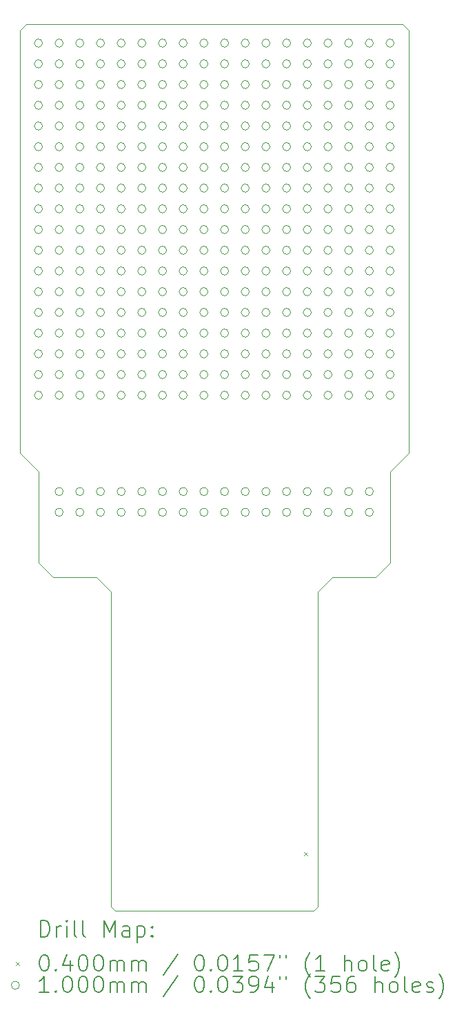
<source format=gbr>
%FSLAX45Y45*%
G04 Gerber Fmt 4.5, Leading zero omitted, Abs format (unit mm)*
G04 Created by KiCad (PCBNEW 6.0.2+dfsg-1) date 2022-07-07 18:03:14*
%MOMM*%
%LPD*%
G01*
G04 APERTURE LIST*
%TA.AperFunction,Profile*%
%ADD10C,0.100000*%
%TD*%
%ADD11C,0.200000*%
%ADD12C,0.040000*%
%ADD13C,0.100000*%
G04 APERTURE END LIST*
D10*
X12065000Y-4648200D02*
X16687800Y-4648200D01*
X13106400Y-15468600D02*
X13106400Y-11607800D01*
X12395200Y-11430000D02*
X12217400Y-11252200D01*
X12928600Y-11430000D02*
X12395200Y-11430000D01*
X16535400Y-11252200D02*
X16535400Y-10134600D01*
X12217400Y-11252200D02*
X12217400Y-10134600D01*
X15646400Y-11607800D02*
X15824200Y-11430000D01*
X11988800Y-9906000D02*
X11988800Y-4724400D01*
X16687800Y-4648200D02*
X16764000Y-4724400D01*
X13106400Y-15468600D02*
X13157200Y-15519400D01*
X13157200Y-15519400D02*
X15595600Y-15519400D01*
X16357600Y-11430000D02*
X16535400Y-11252200D01*
X16357600Y-11430000D02*
X15824200Y-11430000D01*
X12065000Y-4648200D02*
X11988800Y-4724400D01*
X15595600Y-15519400D02*
X15646400Y-15468600D01*
X16764000Y-9906000D02*
X16535400Y-10134600D01*
X16764000Y-4724400D02*
X16764000Y-9906000D01*
X12217400Y-10134600D02*
X11988800Y-9906000D01*
X13106400Y-11607800D02*
X12928600Y-11430000D01*
X15646400Y-15468600D02*
X15646400Y-11607800D01*
D11*
D12*
X15481400Y-14795600D02*
X15521400Y-14835600D01*
X15521400Y-14795600D02*
X15481400Y-14835600D01*
D13*
X12267400Y-4876800D02*
G75*
G03*
X12267400Y-4876800I-50000J0D01*
G01*
X12267400Y-5130800D02*
G75*
G03*
X12267400Y-5130800I-50000J0D01*
G01*
X12267400Y-5384800D02*
G75*
G03*
X12267400Y-5384800I-50000J0D01*
G01*
X12267400Y-5638800D02*
G75*
G03*
X12267400Y-5638800I-50000J0D01*
G01*
X12267400Y-5892800D02*
G75*
G03*
X12267400Y-5892800I-50000J0D01*
G01*
X12267400Y-6146800D02*
G75*
G03*
X12267400Y-6146800I-50000J0D01*
G01*
X12267400Y-6400800D02*
G75*
G03*
X12267400Y-6400800I-50000J0D01*
G01*
X12267400Y-6654800D02*
G75*
G03*
X12267400Y-6654800I-50000J0D01*
G01*
X12267400Y-6908800D02*
G75*
G03*
X12267400Y-6908800I-50000J0D01*
G01*
X12267400Y-7162800D02*
G75*
G03*
X12267400Y-7162800I-50000J0D01*
G01*
X12267400Y-7416800D02*
G75*
G03*
X12267400Y-7416800I-50000J0D01*
G01*
X12267400Y-7670800D02*
G75*
G03*
X12267400Y-7670800I-50000J0D01*
G01*
X12267400Y-7924800D02*
G75*
G03*
X12267400Y-7924800I-50000J0D01*
G01*
X12267400Y-8178800D02*
G75*
G03*
X12267400Y-8178800I-50000J0D01*
G01*
X12267400Y-8432800D02*
G75*
G03*
X12267400Y-8432800I-50000J0D01*
G01*
X12267400Y-8686800D02*
G75*
G03*
X12267400Y-8686800I-50000J0D01*
G01*
X12267400Y-8940800D02*
G75*
G03*
X12267400Y-8940800I-50000J0D01*
G01*
X12267400Y-9194800D02*
G75*
G03*
X12267400Y-9194800I-50000J0D01*
G01*
X12521400Y-4876800D02*
G75*
G03*
X12521400Y-4876800I-50000J0D01*
G01*
X12521400Y-5130800D02*
G75*
G03*
X12521400Y-5130800I-50000J0D01*
G01*
X12521400Y-5384800D02*
G75*
G03*
X12521400Y-5384800I-50000J0D01*
G01*
X12521400Y-5638800D02*
G75*
G03*
X12521400Y-5638800I-50000J0D01*
G01*
X12521400Y-5892800D02*
G75*
G03*
X12521400Y-5892800I-50000J0D01*
G01*
X12521400Y-6146800D02*
G75*
G03*
X12521400Y-6146800I-50000J0D01*
G01*
X12521400Y-6400800D02*
G75*
G03*
X12521400Y-6400800I-50000J0D01*
G01*
X12521400Y-6654800D02*
G75*
G03*
X12521400Y-6654800I-50000J0D01*
G01*
X12521400Y-6908800D02*
G75*
G03*
X12521400Y-6908800I-50000J0D01*
G01*
X12521400Y-7162800D02*
G75*
G03*
X12521400Y-7162800I-50000J0D01*
G01*
X12521400Y-7416800D02*
G75*
G03*
X12521400Y-7416800I-50000J0D01*
G01*
X12521400Y-7670800D02*
G75*
G03*
X12521400Y-7670800I-50000J0D01*
G01*
X12521400Y-7924800D02*
G75*
G03*
X12521400Y-7924800I-50000J0D01*
G01*
X12521400Y-8178800D02*
G75*
G03*
X12521400Y-8178800I-50000J0D01*
G01*
X12521400Y-8432800D02*
G75*
G03*
X12521400Y-8432800I-50000J0D01*
G01*
X12521400Y-8686800D02*
G75*
G03*
X12521400Y-8686800I-50000J0D01*
G01*
X12521400Y-8940800D02*
G75*
G03*
X12521400Y-8940800I-50000J0D01*
G01*
X12521400Y-9194800D02*
G75*
G03*
X12521400Y-9194800I-50000J0D01*
G01*
X12521400Y-10375400D02*
G75*
G03*
X12521400Y-10375400I-50000J0D01*
G01*
X12521400Y-10629400D02*
G75*
G03*
X12521400Y-10629400I-50000J0D01*
G01*
X12775400Y-4876800D02*
G75*
G03*
X12775400Y-4876800I-50000J0D01*
G01*
X12775400Y-5130800D02*
G75*
G03*
X12775400Y-5130800I-50000J0D01*
G01*
X12775400Y-5384800D02*
G75*
G03*
X12775400Y-5384800I-50000J0D01*
G01*
X12775400Y-5638800D02*
G75*
G03*
X12775400Y-5638800I-50000J0D01*
G01*
X12775400Y-5892800D02*
G75*
G03*
X12775400Y-5892800I-50000J0D01*
G01*
X12775400Y-6146800D02*
G75*
G03*
X12775400Y-6146800I-50000J0D01*
G01*
X12775400Y-6400800D02*
G75*
G03*
X12775400Y-6400800I-50000J0D01*
G01*
X12775400Y-6654800D02*
G75*
G03*
X12775400Y-6654800I-50000J0D01*
G01*
X12775400Y-6908800D02*
G75*
G03*
X12775400Y-6908800I-50000J0D01*
G01*
X12775400Y-7162800D02*
G75*
G03*
X12775400Y-7162800I-50000J0D01*
G01*
X12775400Y-7416800D02*
G75*
G03*
X12775400Y-7416800I-50000J0D01*
G01*
X12775400Y-7670800D02*
G75*
G03*
X12775400Y-7670800I-50000J0D01*
G01*
X12775400Y-7924800D02*
G75*
G03*
X12775400Y-7924800I-50000J0D01*
G01*
X12775400Y-8178800D02*
G75*
G03*
X12775400Y-8178800I-50000J0D01*
G01*
X12775400Y-8432800D02*
G75*
G03*
X12775400Y-8432800I-50000J0D01*
G01*
X12775400Y-8686800D02*
G75*
G03*
X12775400Y-8686800I-50000J0D01*
G01*
X12775400Y-8940800D02*
G75*
G03*
X12775400Y-8940800I-50000J0D01*
G01*
X12775400Y-9194800D02*
G75*
G03*
X12775400Y-9194800I-50000J0D01*
G01*
X12775400Y-10375400D02*
G75*
G03*
X12775400Y-10375400I-50000J0D01*
G01*
X12775400Y-10629400D02*
G75*
G03*
X12775400Y-10629400I-50000J0D01*
G01*
X13029400Y-4876800D02*
G75*
G03*
X13029400Y-4876800I-50000J0D01*
G01*
X13029400Y-5130800D02*
G75*
G03*
X13029400Y-5130800I-50000J0D01*
G01*
X13029400Y-5384800D02*
G75*
G03*
X13029400Y-5384800I-50000J0D01*
G01*
X13029400Y-5638800D02*
G75*
G03*
X13029400Y-5638800I-50000J0D01*
G01*
X13029400Y-5892800D02*
G75*
G03*
X13029400Y-5892800I-50000J0D01*
G01*
X13029400Y-6146800D02*
G75*
G03*
X13029400Y-6146800I-50000J0D01*
G01*
X13029400Y-6400800D02*
G75*
G03*
X13029400Y-6400800I-50000J0D01*
G01*
X13029400Y-6654800D02*
G75*
G03*
X13029400Y-6654800I-50000J0D01*
G01*
X13029400Y-6908800D02*
G75*
G03*
X13029400Y-6908800I-50000J0D01*
G01*
X13029400Y-7162800D02*
G75*
G03*
X13029400Y-7162800I-50000J0D01*
G01*
X13029400Y-7416800D02*
G75*
G03*
X13029400Y-7416800I-50000J0D01*
G01*
X13029400Y-7670800D02*
G75*
G03*
X13029400Y-7670800I-50000J0D01*
G01*
X13029400Y-7924800D02*
G75*
G03*
X13029400Y-7924800I-50000J0D01*
G01*
X13029400Y-8178800D02*
G75*
G03*
X13029400Y-8178800I-50000J0D01*
G01*
X13029400Y-8432800D02*
G75*
G03*
X13029400Y-8432800I-50000J0D01*
G01*
X13029400Y-8686800D02*
G75*
G03*
X13029400Y-8686800I-50000J0D01*
G01*
X13029400Y-8940800D02*
G75*
G03*
X13029400Y-8940800I-50000J0D01*
G01*
X13029400Y-9194800D02*
G75*
G03*
X13029400Y-9194800I-50000J0D01*
G01*
X13029400Y-10375400D02*
G75*
G03*
X13029400Y-10375400I-50000J0D01*
G01*
X13029400Y-10629400D02*
G75*
G03*
X13029400Y-10629400I-50000J0D01*
G01*
X13283400Y-4876800D02*
G75*
G03*
X13283400Y-4876800I-50000J0D01*
G01*
X13283400Y-5130800D02*
G75*
G03*
X13283400Y-5130800I-50000J0D01*
G01*
X13283400Y-5384800D02*
G75*
G03*
X13283400Y-5384800I-50000J0D01*
G01*
X13283400Y-5638800D02*
G75*
G03*
X13283400Y-5638800I-50000J0D01*
G01*
X13283400Y-5892800D02*
G75*
G03*
X13283400Y-5892800I-50000J0D01*
G01*
X13283400Y-6146800D02*
G75*
G03*
X13283400Y-6146800I-50000J0D01*
G01*
X13283400Y-6400800D02*
G75*
G03*
X13283400Y-6400800I-50000J0D01*
G01*
X13283400Y-6654800D02*
G75*
G03*
X13283400Y-6654800I-50000J0D01*
G01*
X13283400Y-6908800D02*
G75*
G03*
X13283400Y-6908800I-50000J0D01*
G01*
X13283400Y-7162800D02*
G75*
G03*
X13283400Y-7162800I-50000J0D01*
G01*
X13283400Y-7416800D02*
G75*
G03*
X13283400Y-7416800I-50000J0D01*
G01*
X13283400Y-7670800D02*
G75*
G03*
X13283400Y-7670800I-50000J0D01*
G01*
X13283400Y-7924800D02*
G75*
G03*
X13283400Y-7924800I-50000J0D01*
G01*
X13283400Y-8178800D02*
G75*
G03*
X13283400Y-8178800I-50000J0D01*
G01*
X13283400Y-8432800D02*
G75*
G03*
X13283400Y-8432800I-50000J0D01*
G01*
X13283400Y-8686800D02*
G75*
G03*
X13283400Y-8686800I-50000J0D01*
G01*
X13283400Y-8940800D02*
G75*
G03*
X13283400Y-8940800I-50000J0D01*
G01*
X13283400Y-9194800D02*
G75*
G03*
X13283400Y-9194800I-50000J0D01*
G01*
X13283400Y-10375400D02*
G75*
G03*
X13283400Y-10375400I-50000J0D01*
G01*
X13283400Y-10629400D02*
G75*
G03*
X13283400Y-10629400I-50000J0D01*
G01*
X13537400Y-4876800D02*
G75*
G03*
X13537400Y-4876800I-50000J0D01*
G01*
X13537400Y-5130800D02*
G75*
G03*
X13537400Y-5130800I-50000J0D01*
G01*
X13537400Y-5384800D02*
G75*
G03*
X13537400Y-5384800I-50000J0D01*
G01*
X13537400Y-5638800D02*
G75*
G03*
X13537400Y-5638800I-50000J0D01*
G01*
X13537400Y-5892800D02*
G75*
G03*
X13537400Y-5892800I-50000J0D01*
G01*
X13537400Y-6146800D02*
G75*
G03*
X13537400Y-6146800I-50000J0D01*
G01*
X13537400Y-6400800D02*
G75*
G03*
X13537400Y-6400800I-50000J0D01*
G01*
X13537400Y-6654800D02*
G75*
G03*
X13537400Y-6654800I-50000J0D01*
G01*
X13537400Y-6908800D02*
G75*
G03*
X13537400Y-6908800I-50000J0D01*
G01*
X13537400Y-7162800D02*
G75*
G03*
X13537400Y-7162800I-50000J0D01*
G01*
X13537400Y-7416800D02*
G75*
G03*
X13537400Y-7416800I-50000J0D01*
G01*
X13537400Y-7670800D02*
G75*
G03*
X13537400Y-7670800I-50000J0D01*
G01*
X13537400Y-7924800D02*
G75*
G03*
X13537400Y-7924800I-50000J0D01*
G01*
X13537400Y-8178800D02*
G75*
G03*
X13537400Y-8178800I-50000J0D01*
G01*
X13537400Y-8432800D02*
G75*
G03*
X13537400Y-8432800I-50000J0D01*
G01*
X13537400Y-8686800D02*
G75*
G03*
X13537400Y-8686800I-50000J0D01*
G01*
X13537400Y-8940800D02*
G75*
G03*
X13537400Y-8940800I-50000J0D01*
G01*
X13537400Y-9194800D02*
G75*
G03*
X13537400Y-9194800I-50000J0D01*
G01*
X13537400Y-10375400D02*
G75*
G03*
X13537400Y-10375400I-50000J0D01*
G01*
X13537400Y-10629400D02*
G75*
G03*
X13537400Y-10629400I-50000J0D01*
G01*
X13791400Y-4876800D02*
G75*
G03*
X13791400Y-4876800I-50000J0D01*
G01*
X13791400Y-5130800D02*
G75*
G03*
X13791400Y-5130800I-50000J0D01*
G01*
X13791400Y-5384800D02*
G75*
G03*
X13791400Y-5384800I-50000J0D01*
G01*
X13791400Y-5638800D02*
G75*
G03*
X13791400Y-5638800I-50000J0D01*
G01*
X13791400Y-5892800D02*
G75*
G03*
X13791400Y-5892800I-50000J0D01*
G01*
X13791400Y-6146800D02*
G75*
G03*
X13791400Y-6146800I-50000J0D01*
G01*
X13791400Y-6400800D02*
G75*
G03*
X13791400Y-6400800I-50000J0D01*
G01*
X13791400Y-6654800D02*
G75*
G03*
X13791400Y-6654800I-50000J0D01*
G01*
X13791400Y-6908800D02*
G75*
G03*
X13791400Y-6908800I-50000J0D01*
G01*
X13791400Y-7162800D02*
G75*
G03*
X13791400Y-7162800I-50000J0D01*
G01*
X13791400Y-7416800D02*
G75*
G03*
X13791400Y-7416800I-50000J0D01*
G01*
X13791400Y-7670800D02*
G75*
G03*
X13791400Y-7670800I-50000J0D01*
G01*
X13791400Y-7924800D02*
G75*
G03*
X13791400Y-7924800I-50000J0D01*
G01*
X13791400Y-8178800D02*
G75*
G03*
X13791400Y-8178800I-50000J0D01*
G01*
X13791400Y-8432800D02*
G75*
G03*
X13791400Y-8432800I-50000J0D01*
G01*
X13791400Y-8686800D02*
G75*
G03*
X13791400Y-8686800I-50000J0D01*
G01*
X13791400Y-8940800D02*
G75*
G03*
X13791400Y-8940800I-50000J0D01*
G01*
X13791400Y-9194800D02*
G75*
G03*
X13791400Y-9194800I-50000J0D01*
G01*
X13791400Y-10375400D02*
G75*
G03*
X13791400Y-10375400I-50000J0D01*
G01*
X13791400Y-10629400D02*
G75*
G03*
X13791400Y-10629400I-50000J0D01*
G01*
X14045400Y-4876800D02*
G75*
G03*
X14045400Y-4876800I-50000J0D01*
G01*
X14045400Y-5130800D02*
G75*
G03*
X14045400Y-5130800I-50000J0D01*
G01*
X14045400Y-5384800D02*
G75*
G03*
X14045400Y-5384800I-50000J0D01*
G01*
X14045400Y-5638800D02*
G75*
G03*
X14045400Y-5638800I-50000J0D01*
G01*
X14045400Y-5892800D02*
G75*
G03*
X14045400Y-5892800I-50000J0D01*
G01*
X14045400Y-6146800D02*
G75*
G03*
X14045400Y-6146800I-50000J0D01*
G01*
X14045400Y-6400800D02*
G75*
G03*
X14045400Y-6400800I-50000J0D01*
G01*
X14045400Y-6654800D02*
G75*
G03*
X14045400Y-6654800I-50000J0D01*
G01*
X14045400Y-6908800D02*
G75*
G03*
X14045400Y-6908800I-50000J0D01*
G01*
X14045400Y-7162800D02*
G75*
G03*
X14045400Y-7162800I-50000J0D01*
G01*
X14045400Y-7416800D02*
G75*
G03*
X14045400Y-7416800I-50000J0D01*
G01*
X14045400Y-7670800D02*
G75*
G03*
X14045400Y-7670800I-50000J0D01*
G01*
X14045400Y-7924800D02*
G75*
G03*
X14045400Y-7924800I-50000J0D01*
G01*
X14045400Y-8178800D02*
G75*
G03*
X14045400Y-8178800I-50000J0D01*
G01*
X14045400Y-8432800D02*
G75*
G03*
X14045400Y-8432800I-50000J0D01*
G01*
X14045400Y-8686800D02*
G75*
G03*
X14045400Y-8686800I-50000J0D01*
G01*
X14045400Y-8940800D02*
G75*
G03*
X14045400Y-8940800I-50000J0D01*
G01*
X14045400Y-9194800D02*
G75*
G03*
X14045400Y-9194800I-50000J0D01*
G01*
X14045400Y-10375400D02*
G75*
G03*
X14045400Y-10375400I-50000J0D01*
G01*
X14045400Y-10629400D02*
G75*
G03*
X14045400Y-10629400I-50000J0D01*
G01*
X14299400Y-4876800D02*
G75*
G03*
X14299400Y-4876800I-50000J0D01*
G01*
X14299400Y-5130800D02*
G75*
G03*
X14299400Y-5130800I-50000J0D01*
G01*
X14299400Y-5384800D02*
G75*
G03*
X14299400Y-5384800I-50000J0D01*
G01*
X14299400Y-5638800D02*
G75*
G03*
X14299400Y-5638800I-50000J0D01*
G01*
X14299400Y-5892800D02*
G75*
G03*
X14299400Y-5892800I-50000J0D01*
G01*
X14299400Y-6146800D02*
G75*
G03*
X14299400Y-6146800I-50000J0D01*
G01*
X14299400Y-6400800D02*
G75*
G03*
X14299400Y-6400800I-50000J0D01*
G01*
X14299400Y-6654800D02*
G75*
G03*
X14299400Y-6654800I-50000J0D01*
G01*
X14299400Y-6908800D02*
G75*
G03*
X14299400Y-6908800I-50000J0D01*
G01*
X14299400Y-7162800D02*
G75*
G03*
X14299400Y-7162800I-50000J0D01*
G01*
X14299400Y-7416800D02*
G75*
G03*
X14299400Y-7416800I-50000J0D01*
G01*
X14299400Y-7670800D02*
G75*
G03*
X14299400Y-7670800I-50000J0D01*
G01*
X14299400Y-7924800D02*
G75*
G03*
X14299400Y-7924800I-50000J0D01*
G01*
X14299400Y-8178800D02*
G75*
G03*
X14299400Y-8178800I-50000J0D01*
G01*
X14299400Y-8432800D02*
G75*
G03*
X14299400Y-8432800I-50000J0D01*
G01*
X14299400Y-8686800D02*
G75*
G03*
X14299400Y-8686800I-50000J0D01*
G01*
X14299400Y-8940800D02*
G75*
G03*
X14299400Y-8940800I-50000J0D01*
G01*
X14299400Y-9194800D02*
G75*
G03*
X14299400Y-9194800I-50000J0D01*
G01*
X14299400Y-10375400D02*
G75*
G03*
X14299400Y-10375400I-50000J0D01*
G01*
X14299400Y-10629400D02*
G75*
G03*
X14299400Y-10629400I-50000J0D01*
G01*
X14553400Y-4876800D02*
G75*
G03*
X14553400Y-4876800I-50000J0D01*
G01*
X14553400Y-5130800D02*
G75*
G03*
X14553400Y-5130800I-50000J0D01*
G01*
X14553400Y-5384800D02*
G75*
G03*
X14553400Y-5384800I-50000J0D01*
G01*
X14553400Y-5638800D02*
G75*
G03*
X14553400Y-5638800I-50000J0D01*
G01*
X14553400Y-5892800D02*
G75*
G03*
X14553400Y-5892800I-50000J0D01*
G01*
X14553400Y-6146800D02*
G75*
G03*
X14553400Y-6146800I-50000J0D01*
G01*
X14553400Y-6400800D02*
G75*
G03*
X14553400Y-6400800I-50000J0D01*
G01*
X14553400Y-6654800D02*
G75*
G03*
X14553400Y-6654800I-50000J0D01*
G01*
X14553400Y-6908800D02*
G75*
G03*
X14553400Y-6908800I-50000J0D01*
G01*
X14553400Y-7162800D02*
G75*
G03*
X14553400Y-7162800I-50000J0D01*
G01*
X14553400Y-7416800D02*
G75*
G03*
X14553400Y-7416800I-50000J0D01*
G01*
X14553400Y-7670800D02*
G75*
G03*
X14553400Y-7670800I-50000J0D01*
G01*
X14553400Y-7924800D02*
G75*
G03*
X14553400Y-7924800I-50000J0D01*
G01*
X14553400Y-8178800D02*
G75*
G03*
X14553400Y-8178800I-50000J0D01*
G01*
X14553400Y-8432800D02*
G75*
G03*
X14553400Y-8432800I-50000J0D01*
G01*
X14553400Y-8686800D02*
G75*
G03*
X14553400Y-8686800I-50000J0D01*
G01*
X14553400Y-8940800D02*
G75*
G03*
X14553400Y-8940800I-50000J0D01*
G01*
X14553400Y-9194800D02*
G75*
G03*
X14553400Y-9194800I-50000J0D01*
G01*
X14553400Y-10375400D02*
G75*
G03*
X14553400Y-10375400I-50000J0D01*
G01*
X14553400Y-10629400D02*
G75*
G03*
X14553400Y-10629400I-50000J0D01*
G01*
X14807400Y-4876800D02*
G75*
G03*
X14807400Y-4876800I-50000J0D01*
G01*
X14807400Y-5130800D02*
G75*
G03*
X14807400Y-5130800I-50000J0D01*
G01*
X14807400Y-5384800D02*
G75*
G03*
X14807400Y-5384800I-50000J0D01*
G01*
X14807400Y-5638800D02*
G75*
G03*
X14807400Y-5638800I-50000J0D01*
G01*
X14807400Y-5892800D02*
G75*
G03*
X14807400Y-5892800I-50000J0D01*
G01*
X14807400Y-6146800D02*
G75*
G03*
X14807400Y-6146800I-50000J0D01*
G01*
X14807400Y-6400800D02*
G75*
G03*
X14807400Y-6400800I-50000J0D01*
G01*
X14807400Y-6654800D02*
G75*
G03*
X14807400Y-6654800I-50000J0D01*
G01*
X14807400Y-6908800D02*
G75*
G03*
X14807400Y-6908800I-50000J0D01*
G01*
X14807400Y-7162800D02*
G75*
G03*
X14807400Y-7162800I-50000J0D01*
G01*
X14807400Y-7416800D02*
G75*
G03*
X14807400Y-7416800I-50000J0D01*
G01*
X14807400Y-7670800D02*
G75*
G03*
X14807400Y-7670800I-50000J0D01*
G01*
X14807400Y-7924800D02*
G75*
G03*
X14807400Y-7924800I-50000J0D01*
G01*
X14807400Y-8178800D02*
G75*
G03*
X14807400Y-8178800I-50000J0D01*
G01*
X14807400Y-8432800D02*
G75*
G03*
X14807400Y-8432800I-50000J0D01*
G01*
X14807400Y-8686800D02*
G75*
G03*
X14807400Y-8686800I-50000J0D01*
G01*
X14807400Y-8940800D02*
G75*
G03*
X14807400Y-8940800I-50000J0D01*
G01*
X14807400Y-9194800D02*
G75*
G03*
X14807400Y-9194800I-50000J0D01*
G01*
X14807400Y-10375400D02*
G75*
G03*
X14807400Y-10375400I-50000J0D01*
G01*
X14807400Y-10629400D02*
G75*
G03*
X14807400Y-10629400I-50000J0D01*
G01*
X15061400Y-4876800D02*
G75*
G03*
X15061400Y-4876800I-50000J0D01*
G01*
X15061400Y-5130800D02*
G75*
G03*
X15061400Y-5130800I-50000J0D01*
G01*
X15061400Y-5384800D02*
G75*
G03*
X15061400Y-5384800I-50000J0D01*
G01*
X15061400Y-5638800D02*
G75*
G03*
X15061400Y-5638800I-50000J0D01*
G01*
X15061400Y-5892800D02*
G75*
G03*
X15061400Y-5892800I-50000J0D01*
G01*
X15061400Y-6146800D02*
G75*
G03*
X15061400Y-6146800I-50000J0D01*
G01*
X15061400Y-6400800D02*
G75*
G03*
X15061400Y-6400800I-50000J0D01*
G01*
X15061400Y-6654800D02*
G75*
G03*
X15061400Y-6654800I-50000J0D01*
G01*
X15061400Y-6908800D02*
G75*
G03*
X15061400Y-6908800I-50000J0D01*
G01*
X15061400Y-7162800D02*
G75*
G03*
X15061400Y-7162800I-50000J0D01*
G01*
X15061400Y-7416800D02*
G75*
G03*
X15061400Y-7416800I-50000J0D01*
G01*
X15061400Y-7670800D02*
G75*
G03*
X15061400Y-7670800I-50000J0D01*
G01*
X15061400Y-7924800D02*
G75*
G03*
X15061400Y-7924800I-50000J0D01*
G01*
X15061400Y-8178800D02*
G75*
G03*
X15061400Y-8178800I-50000J0D01*
G01*
X15061400Y-8432800D02*
G75*
G03*
X15061400Y-8432800I-50000J0D01*
G01*
X15061400Y-8686800D02*
G75*
G03*
X15061400Y-8686800I-50000J0D01*
G01*
X15061400Y-8940800D02*
G75*
G03*
X15061400Y-8940800I-50000J0D01*
G01*
X15061400Y-9194800D02*
G75*
G03*
X15061400Y-9194800I-50000J0D01*
G01*
X15061400Y-10375400D02*
G75*
G03*
X15061400Y-10375400I-50000J0D01*
G01*
X15061400Y-10629400D02*
G75*
G03*
X15061400Y-10629400I-50000J0D01*
G01*
X15315400Y-4876800D02*
G75*
G03*
X15315400Y-4876800I-50000J0D01*
G01*
X15315400Y-5130800D02*
G75*
G03*
X15315400Y-5130800I-50000J0D01*
G01*
X15315400Y-5384800D02*
G75*
G03*
X15315400Y-5384800I-50000J0D01*
G01*
X15315400Y-5638800D02*
G75*
G03*
X15315400Y-5638800I-50000J0D01*
G01*
X15315400Y-5892800D02*
G75*
G03*
X15315400Y-5892800I-50000J0D01*
G01*
X15315400Y-6146800D02*
G75*
G03*
X15315400Y-6146800I-50000J0D01*
G01*
X15315400Y-6400800D02*
G75*
G03*
X15315400Y-6400800I-50000J0D01*
G01*
X15315400Y-6654800D02*
G75*
G03*
X15315400Y-6654800I-50000J0D01*
G01*
X15315400Y-6908800D02*
G75*
G03*
X15315400Y-6908800I-50000J0D01*
G01*
X15315400Y-7162800D02*
G75*
G03*
X15315400Y-7162800I-50000J0D01*
G01*
X15315400Y-7416800D02*
G75*
G03*
X15315400Y-7416800I-50000J0D01*
G01*
X15315400Y-7670800D02*
G75*
G03*
X15315400Y-7670800I-50000J0D01*
G01*
X15315400Y-7924800D02*
G75*
G03*
X15315400Y-7924800I-50000J0D01*
G01*
X15315400Y-8178800D02*
G75*
G03*
X15315400Y-8178800I-50000J0D01*
G01*
X15315400Y-8432800D02*
G75*
G03*
X15315400Y-8432800I-50000J0D01*
G01*
X15315400Y-8686800D02*
G75*
G03*
X15315400Y-8686800I-50000J0D01*
G01*
X15315400Y-8940800D02*
G75*
G03*
X15315400Y-8940800I-50000J0D01*
G01*
X15315400Y-9194800D02*
G75*
G03*
X15315400Y-9194800I-50000J0D01*
G01*
X15315400Y-10375400D02*
G75*
G03*
X15315400Y-10375400I-50000J0D01*
G01*
X15315400Y-10629400D02*
G75*
G03*
X15315400Y-10629400I-50000J0D01*
G01*
X15569400Y-4876800D02*
G75*
G03*
X15569400Y-4876800I-50000J0D01*
G01*
X15569400Y-5130800D02*
G75*
G03*
X15569400Y-5130800I-50000J0D01*
G01*
X15569400Y-5384800D02*
G75*
G03*
X15569400Y-5384800I-50000J0D01*
G01*
X15569400Y-5638800D02*
G75*
G03*
X15569400Y-5638800I-50000J0D01*
G01*
X15569400Y-5892800D02*
G75*
G03*
X15569400Y-5892800I-50000J0D01*
G01*
X15569400Y-6146800D02*
G75*
G03*
X15569400Y-6146800I-50000J0D01*
G01*
X15569400Y-6400800D02*
G75*
G03*
X15569400Y-6400800I-50000J0D01*
G01*
X15569400Y-6654800D02*
G75*
G03*
X15569400Y-6654800I-50000J0D01*
G01*
X15569400Y-6908800D02*
G75*
G03*
X15569400Y-6908800I-50000J0D01*
G01*
X15569400Y-7162800D02*
G75*
G03*
X15569400Y-7162800I-50000J0D01*
G01*
X15569400Y-7416800D02*
G75*
G03*
X15569400Y-7416800I-50000J0D01*
G01*
X15569400Y-7670800D02*
G75*
G03*
X15569400Y-7670800I-50000J0D01*
G01*
X15569400Y-7924800D02*
G75*
G03*
X15569400Y-7924800I-50000J0D01*
G01*
X15569400Y-8178800D02*
G75*
G03*
X15569400Y-8178800I-50000J0D01*
G01*
X15569400Y-8432800D02*
G75*
G03*
X15569400Y-8432800I-50000J0D01*
G01*
X15569400Y-8686800D02*
G75*
G03*
X15569400Y-8686800I-50000J0D01*
G01*
X15569400Y-8940800D02*
G75*
G03*
X15569400Y-8940800I-50000J0D01*
G01*
X15569400Y-9194800D02*
G75*
G03*
X15569400Y-9194800I-50000J0D01*
G01*
X15569400Y-10375400D02*
G75*
G03*
X15569400Y-10375400I-50000J0D01*
G01*
X15569400Y-10629400D02*
G75*
G03*
X15569400Y-10629400I-50000J0D01*
G01*
X15823400Y-4876800D02*
G75*
G03*
X15823400Y-4876800I-50000J0D01*
G01*
X15823400Y-5130800D02*
G75*
G03*
X15823400Y-5130800I-50000J0D01*
G01*
X15823400Y-5384800D02*
G75*
G03*
X15823400Y-5384800I-50000J0D01*
G01*
X15823400Y-5638800D02*
G75*
G03*
X15823400Y-5638800I-50000J0D01*
G01*
X15823400Y-5892800D02*
G75*
G03*
X15823400Y-5892800I-50000J0D01*
G01*
X15823400Y-6146800D02*
G75*
G03*
X15823400Y-6146800I-50000J0D01*
G01*
X15823400Y-6400800D02*
G75*
G03*
X15823400Y-6400800I-50000J0D01*
G01*
X15823400Y-6654800D02*
G75*
G03*
X15823400Y-6654800I-50000J0D01*
G01*
X15823400Y-6908800D02*
G75*
G03*
X15823400Y-6908800I-50000J0D01*
G01*
X15823400Y-7162800D02*
G75*
G03*
X15823400Y-7162800I-50000J0D01*
G01*
X15823400Y-7416800D02*
G75*
G03*
X15823400Y-7416800I-50000J0D01*
G01*
X15823400Y-7670800D02*
G75*
G03*
X15823400Y-7670800I-50000J0D01*
G01*
X15823400Y-7924800D02*
G75*
G03*
X15823400Y-7924800I-50000J0D01*
G01*
X15823400Y-8178800D02*
G75*
G03*
X15823400Y-8178800I-50000J0D01*
G01*
X15823400Y-8432800D02*
G75*
G03*
X15823400Y-8432800I-50000J0D01*
G01*
X15823400Y-8686800D02*
G75*
G03*
X15823400Y-8686800I-50000J0D01*
G01*
X15823400Y-8940800D02*
G75*
G03*
X15823400Y-8940800I-50000J0D01*
G01*
X15823400Y-9194800D02*
G75*
G03*
X15823400Y-9194800I-50000J0D01*
G01*
X15823400Y-10375400D02*
G75*
G03*
X15823400Y-10375400I-50000J0D01*
G01*
X15823400Y-10629400D02*
G75*
G03*
X15823400Y-10629400I-50000J0D01*
G01*
X16077400Y-4876800D02*
G75*
G03*
X16077400Y-4876800I-50000J0D01*
G01*
X16077400Y-5130800D02*
G75*
G03*
X16077400Y-5130800I-50000J0D01*
G01*
X16077400Y-5384800D02*
G75*
G03*
X16077400Y-5384800I-50000J0D01*
G01*
X16077400Y-5638800D02*
G75*
G03*
X16077400Y-5638800I-50000J0D01*
G01*
X16077400Y-5892800D02*
G75*
G03*
X16077400Y-5892800I-50000J0D01*
G01*
X16077400Y-6146800D02*
G75*
G03*
X16077400Y-6146800I-50000J0D01*
G01*
X16077400Y-6400800D02*
G75*
G03*
X16077400Y-6400800I-50000J0D01*
G01*
X16077400Y-6654800D02*
G75*
G03*
X16077400Y-6654800I-50000J0D01*
G01*
X16077400Y-6908800D02*
G75*
G03*
X16077400Y-6908800I-50000J0D01*
G01*
X16077400Y-7162800D02*
G75*
G03*
X16077400Y-7162800I-50000J0D01*
G01*
X16077400Y-7416800D02*
G75*
G03*
X16077400Y-7416800I-50000J0D01*
G01*
X16077400Y-7670800D02*
G75*
G03*
X16077400Y-7670800I-50000J0D01*
G01*
X16077400Y-7924800D02*
G75*
G03*
X16077400Y-7924800I-50000J0D01*
G01*
X16077400Y-8178800D02*
G75*
G03*
X16077400Y-8178800I-50000J0D01*
G01*
X16077400Y-8432800D02*
G75*
G03*
X16077400Y-8432800I-50000J0D01*
G01*
X16077400Y-8686800D02*
G75*
G03*
X16077400Y-8686800I-50000J0D01*
G01*
X16077400Y-8940800D02*
G75*
G03*
X16077400Y-8940800I-50000J0D01*
G01*
X16077400Y-9194800D02*
G75*
G03*
X16077400Y-9194800I-50000J0D01*
G01*
X16077400Y-10375400D02*
G75*
G03*
X16077400Y-10375400I-50000J0D01*
G01*
X16077400Y-10629400D02*
G75*
G03*
X16077400Y-10629400I-50000J0D01*
G01*
X16331400Y-4876800D02*
G75*
G03*
X16331400Y-4876800I-50000J0D01*
G01*
X16331400Y-5130800D02*
G75*
G03*
X16331400Y-5130800I-50000J0D01*
G01*
X16331400Y-5384800D02*
G75*
G03*
X16331400Y-5384800I-50000J0D01*
G01*
X16331400Y-5638800D02*
G75*
G03*
X16331400Y-5638800I-50000J0D01*
G01*
X16331400Y-5892800D02*
G75*
G03*
X16331400Y-5892800I-50000J0D01*
G01*
X16331400Y-6146800D02*
G75*
G03*
X16331400Y-6146800I-50000J0D01*
G01*
X16331400Y-6400800D02*
G75*
G03*
X16331400Y-6400800I-50000J0D01*
G01*
X16331400Y-6654800D02*
G75*
G03*
X16331400Y-6654800I-50000J0D01*
G01*
X16331400Y-6908800D02*
G75*
G03*
X16331400Y-6908800I-50000J0D01*
G01*
X16331400Y-7162800D02*
G75*
G03*
X16331400Y-7162800I-50000J0D01*
G01*
X16331400Y-7416800D02*
G75*
G03*
X16331400Y-7416800I-50000J0D01*
G01*
X16331400Y-7670800D02*
G75*
G03*
X16331400Y-7670800I-50000J0D01*
G01*
X16331400Y-7924800D02*
G75*
G03*
X16331400Y-7924800I-50000J0D01*
G01*
X16331400Y-8178800D02*
G75*
G03*
X16331400Y-8178800I-50000J0D01*
G01*
X16331400Y-8432800D02*
G75*
G03*
X16331400Y-8432800I-50000J0D01*
G01*
X16331400Y-8686800D02*
G75*
G03*
X16331400Y-8686800I-50000J0D01*
G01*
X16331400Y-8940800D02*
G75*
G03*
X16331400Y-8940800I-50000J0D01*
G01*
X16331400Y-9194800D02*
G75*
G03*
X16331400Y-9194800I-50000J0D01*
G01*
X16331400Y-10375400D02*
G75*
G03*
X16331400Y-10375400I-50000J0D01*
G01*
X16331400Y-10629400D02*
G75*
G03*
X16331400Y-10629400I-50000J0D01*
G01*
X16585400Y-4876800D02*
G75*
G03*
X16585400Y-4876800I-50000J0D01*
G01*
X16585400Y-5130800D02*
G75*
G03*
X16585400Y-5130800I-50000J0D01*
G01*
X16585400Y-5384800D02*
G75*
G03*
X16585400Y-5384800I-50000J0D01*
G01*
X16585400Y-5638800D02*
G75*
G03*
X16585400Y-5638800I-50000J0D01*
G01*
X16585400Y-5892800D02*
G75*
G03*
X16585400Y-5892800I-50000J0D01*
G01*
X16585400Y-6146800D02*
G75*
G03*
X16585400Y-6146800I-50000J0D01*
G01*
X16585400Y-6400800D02*
G75*
G03*
X16585400Y-6400800I-50000J0D01*
G01*
X16585400Y-6654800D02*
G75*
G03*
X16585400Y-6654800I-50000J0D01*
G01*
X16585400Y-6908800D02*
G75*
G03*
X16585400Y-6908800I-50000J0D01*
G01*
X16585400Y-7162800D02*
G75*
G03*
X16585400Y-7162800I-50000J0D01*
G01*
X16585400Y-7416800D02*
G75*
G03*
X16585400Y-7416800I-50000J0D01*
G01*
X16585400Y-7670800D02*
G75*
G03*
X16585400Y-7670800I-50000J0D01*
G01*
X16585400Y-7924800D02*
G75*
G03*
X16585400Y-7924800I-50000J0D01*
G01*
X16585400Y-8178800D02*
G75*
G03*
X16585400Y-8178800I-50000J0D01*
G01*
X16585400Y-8432800D02*
G75*
G03*
X16585400Y-8432800I-50000J0D01*
G01*
X16585400Y-8686800D02*
G75*
G03*
X16585400Y-8686800I-50000J0D01*
G01*
X16585400Y-8940800D02*
G75*
G03*
X16585400Y-8940800I-50000J0D01*
G01*
X16585400Y-9194800D02*
G75*
G03*
X16585400Y-9194800I-50000J0D01*
G01*
D11*
X12241419Y-15834876D02*
X12241419Y-15634876D01*
X12289038Y-15634876D01*
X12317609Y-15644400D01*
X12336657Y-15663448D01*
X12346181Y-15682495D01*
X12355705Y-15720590D01*
X12355705Y-15749162D01*
X12346181Y-15787257D01*
X12336657Y-15806305D01*
X12317609Y-15825352D01*
X12289038Y-15834876D01*
X12241419Y-15834876D01*
X12441419Y-15834876D02*
X12441419Y-15701543D01*
X12441419Y-15739638D02*
X12450943Y-15720590D01*
X12460467Y-15711067D01*
X12479514Y-15701543D01*
X12498562Y-15701543D01*
X12565228Y-15834876D02*
X12565228Y-15701543D01*
X12565228Y-15634876D02*
X12555705Y-15644400D01*
X12565228Y-15653924D01*
X12574752Y-15644400D01*
X12565228Y-15634876D01*
X12565228Y-15653924D01*
X12689038Y-15834876D02*
X12669990Y-15825352D01*
X12660467Y-15806305D01*
X12660467Y-15634876D01*
X12793800Y-15834876D02*
X12774752Y-15825352D01*
X12765228Y-15806305D01*
X12765228Y-15634876D01*
X13022371Y-15834876D02*
X13022371Y-15634876D01*
X13089038Y-15777733D01*
X13155705Y-15634876D01*
X13155705Y-15834876D01*
X13336657Y-15834876D02*
X13336657Y-15730114D01*
X13327133Y-15711067D01*
X13308086Y-15701543D01*
X13269990Y-15701543D01*
X13250943Y-15711067D01*
X13336657Y-15825352D02*
X13317609Y-15834876D01*
X13269990Y-15834876D01*
X13250943Y-15825352D01*
X13241419Y-15806305D01*
X13241419Y-15787257D01*
X13250943Y-15768209D01*
X13269990Y-15758686D01*
X13317609Y-15758686D01*
X13336657Y-15749162D01*
X13431895Y-15701543D02*
X13431895Y-15901543D01*
X13431895Y-15711067D02*
X13450943Y-15701543D01*
X13489038Y-15701543D01*
X13508086Y-15711067D01*
X13517609Y-15720590D01*
X13527133Y-15739638D01*
X13527133Y-15796781D01*
X13517609Y-15815828D01*
X13508086Y-15825352D01*
X13489038Y-15834876D01*
X13450943Y-15834876D01*
X13431895Y-15825352D01*
X13612848Y-15815828D02*
X13622371Y-15825352D01*
X13612848Y-15834876D01*
X13603324Y-15825352D01*
X13612848Y-15815828D01*
X13612848Y-15834876D01*
X13612848Y-15711067D02*
X13622371Y-15720590D01*
X13612848Y-15730114D01*
X13603324Y-15720590D01*
X13612848Y-15711067D01*
X13612848Y-15730114D01*
D12*
X11943800Y-16144400D02*
X11983800Y-16184400D01*
X11983800Y-16144400D02*
X11943800Y-16184400D01*
D11*
X12279514Y-16054876D02*
X12298562Y-16054876D01*
X12317609Y-16064400D01*
X12327133Y-16073924D01*
X12336657Y-16092971D01*
X12346181Y-16131067D01*
X12346181Y-16178686D01*
X12336657Y-16216781D01*
X12327133Y-16235828D01*
X12317609Y-16245352D01*
X12298562Y-16254876D01*
X12279514Y-16254876D01*
X12260467Y-16245352D01*
X12250943Y-16235828D01*
X12241419Y-16216781D01*
X12231895Y-16178686D01*
X12231895Y-16131067D01*
X12241419Y-16092971D01*
X12250943Y-16073924D01*
X12260467Y-16064400D01*
X12279514Y-16054876D01*
X12431895Y-16235828D02*
X12441419Y-16245352D01*
X12431895Y-16254876D01*
X12422371Y-16245352D01*
X12431895Y-16235828D01*
X12431895Y-16254876D01*
X12612848Y-16121543D02*
X12612848Y-16254876D01*
X12565228Y-16045352D02*
X12517609Y-16188209D01*
X12641419Y-16188209D01*
X12755705Y-16054876D02*
X12774752Y-16054876D01*
X12793800Y-16064400D01*
X12803324Y-16073924D01*
X12812848Y-16092971D01*
X12822371Y-16131067D01*
X12822371Y-16178686D01*
X12812848Y-16216781D01*
X12803324Y-16235828D01*
X12793800Y-16245352D01*
X12774752Y-16254876D01*
X12755705Y-16254876D01*
X12736657Y-16245352D01*
X12727133Y-16235828D01*
X12717609Y-16216781D01*
X12708086Y-16178686D01*
X12708086Y-16131067D01*
X12717609Y-16092971D01*
X12727133Y-16073924D01*
X12736657Y-16064400D01*
X12755705Y-16054876D01*
X12946181Y-16054876D02*
X12965228Y-16054876D01*
X12984276Y-16064400D01*
X12993800Y-16073924D01*
X13003324Y-16092971D01*
X13012848Y-16131067D01*
X13012848Y-16178686D01*
X13003324Y-16216781D01*
X12993800Y-16235828D01*
X12984276Y-16245352D01*
X12965228Y-16254876D01*
X12946181Y-16254876D01*
X12927133Y-16245352D01*
X12917609Y-16235828D01*
X12908086Y-16216781D01*
X12898562Y-16178686D01*
X12898562Y-16131067D01*
X12908086Y-16092971D01*
X12917609Y-16073924D01*
X12927133Y-16064400D01*
X12946181Y-16054876D01*
X13098562Y-16254876D02*
X13098562Y-16121543D01*
X13098562Y-16140590D02*
X13108086Y-16131067D01*
X13127133Y-16121543D01*
X13155705Y-16121543D01*
X13174752Y-16131067D01*
X13184276Y-16150114D01*
X13184276Y-16254876D01*
X13184276Y-16150114D02*
X13193800Y-16131067D01*
X13212848Y-16121543D01*
X13241419Y-16121543D01*
X13260467Y-16131067D01*
X13269990Y-16150114D01*
X13269990Y-16254876D01*
X13365228Y-16254876D02*
X13365228Y-16121543D01*
X13365228Y-16140590D02*
X13374752Y-16131067D01*
X13393800Y-16121543D01*
X13422371Y-16121543D01*
X13441419Y-16131067D01*
X13450943Y-16150114D01*
X13450943Y-16254876D01*
X13450943Y-16150114D02*
X13460467Y-16131067D01*
X13479514Y-16121543D01*
X13508086Y-16121543D01*
X13527133Y-16131067D01*
X13536657Y-16150114D01*
X13536657Y-16254876D01*
X13927133Y-16045352D02*
X13755705Y-16302495D01*
X14184276Y-16054876D02*
X14203324Y-16054876D01*
X14222371Y-16064400D01*
X14231895Y-16073924D01*
X14241419Y-16092971D01*
X14250943Y-16131067D01*
X14250943Y-16178686D01*
X14241419Y-16216781D01*
X14231895Y-16235828D01*
X14222371Y-16245352D01*
X14203324Y-16254876D01*
X14184276Y-16254876D01*
X14165228Y-16245352D01*
X14155705Y-16235828D01*
X14146181Y-16216781D01*
X14136657Y-16178686D01*
X14136657Y-16131067D01*
X14146181Y-16092971D01*
X14155705Y-16073924D01*
X14165228Y-16064400D01*
X14184276Y-16054876D01*
X14336657Y-16235828D02*
X14346181Y-16245352D01*
X14336657Y-16254876D01*
X14327133Y-16245352D01*
X14336657Y-16235828D01*
X14336657Y-16254876D01*
X14469990Y-16054876D02*
X14489038Y-16054876D01*
X14508086Y-16064400D01*
X14517609Y-16073924D01*
X14527133Y-16092971D01*
X14536657Y-16131067D01*
X14536657Y-16178686D01*
X14527133Y-16216781D01*
X14517609Y-16235828D01*
X14508086Y-16245352D01*
X14489038Y-16254876D01*
X14469990Y-16254876D01*
X14450943Y-16245352D01*
X14441419Y-16235828D01*
X14431895Y-16216781D01*
X14422371Y-16178686D01*
X14422371Y-16131067D01*
X14431895Y-16092971D01*
X14441419Y-16073924D01*
X14450943Y-16064400D01*
X14469990Y-16054876D01*
X14727133Y-16254876D02*
X14612848Y-16254876D01*
X14669990Y-16254876D02*
X14669990Y-16054876D01*
X14650943Y-16083448D01*
X14631895Y-16102495D01*
X14612848Y-16112019D01*
X14908086Y-16054876D02*
X14812848Y-16054876D01*
X14803324Y-16150114D01*
X14812848Y-16140590D01*
X14831895Y-16131067D01*
X14879514Y-16131067D01*
X14898562Y-16140590D01*
X14908086Y-16150114D01*
X14917609Y-16169162D01*
X14917609Y-16216781D01*
X14908086Y-16235828D01*
X14898562Y-16245352D01*
X14879514Y-16254876D01*
X14831895Y-16254876D01*
X14812848Y-16245352D01*
X14803324Y-16235828D01*
X14984276Y-16054876D02*
X15117609Y-16054876D01*
X15031895Y-16254876D01*
X15184276Y-16054876D02*
X15184276Y-16092971D01*
X15260467Y-16054876D02*
X15260467Y-16092971D01*
X15555705Y-16331067D02*
X15546181Y-16321543D01*
X15527133Y-16292971D01*
X15517609Y-16273924D01*
X15508086Y-16245352D01*
X15498562Y-16197733D01*
X15498562Y-16159638D01*
X15508086Y-16112019D01*
X15517609Y-16083448D01*
X15527133Y-16064400D01*
X15546181Y-16035828D01*
X15555705Y-16026305D01*
X15736657Y-16254876D02*
X15622371Y-16254876D01*
X15679514Y-16254876D02*
X15679514Y-16054876D01*
X15660467Y-16083448D01*
X15641419Y-16102495D01*
X15622371Y-16112019D01*
X15974752Y-16254876D02*
X15974752Y-16054876D01*
X16060467Y-16254876D02*
X16060467Y-16150114D01*
X16050943Y-16131067D01*
X16031895Y-16121543D01*
X16003324Y-16121543D01*
X15984276Y-16131067D01*
X15974752Y-16140590D01*
X16184276Y-16254876D02*
X16165228Y-16245352D01*
X16155705Y-16235828D01*
X16146181Y-16216781D01*
X16146181Y-16159638D01*
X16155705Y-16140590D01*
X16165228Y-16131067D01*
X16184276Y-16121543D01*
X16212848Y-16121543D01*
X16231895Y-16131067D01*
X16241419Y-16140590D01*
X16250943Y-16159638D01*
X16250943Y-16216781D01*
X16241419Y-16235828D01*
X16231895Y-16245352D01*
X16212848Y-16254876D01*
X16184276Y-16254876D01*
X16365228Y-16254876D02*
X16346181Y-16245352D01*
X16336657Y-16226305D01*
X16336657Y-16054876D01*
X16517609Y-16245352D02*
X16498562Y-16254876D01*
X16460467Y-16254876D01*
X16441419Y-16245352D01*
X16431895Y-16226305D01*
X16431895Y-16150114D01*
X16441419Y-16131067D01*
X16460467Y-16121543D01*
X16498562Y-16121543D01*
X16517609Y-16131067D01*
X16527133Y-16150114D01*
X16527133Y-16169162D01*
X16431895Y-16188209D01*
X16593800Y-16331067D02*
X16603324Y-16321543D01*
X16622371Y-16292971D01*
X16631895Y-16273924D01*
X16641419Y-16245352D01*
X16650943Y-16197733D01*
X16650943Y-16159638D01*
X16641419Y-16112019D01*
X16631895Y-16083448D01*
X16622371Y-16064400D01*
X16603324Y-16035828D01*
X16593800Y-16026305D01*
D13*
X11983800Y-16428400D02*
G75*
G03*
X11983800Y-16428400I-50000J0D01*
G01*
D11*
X12346181Y-16518876D02*
X12231895Y-16518876D01*
X12289038Y-16518876D02*
X12289038Y-16318876D01*
X12269990Y-16347448D01*
X12250943Y-16366495D01*
X12231895Y-16376019D01*
X12431895Y-16499828D02*
X12441419Y-16509352D01*
X12431895Y-16518876D01*
X12422371Y-16509352D01*
X12431895Y-16499828D01*
X12431895Y-16518876D01*
X12565228Y-16318876D02*
X12584276Y-16318876D01*
X12603324Y-16328400D01*
X12612848Y-16337924D01*
X12622371Y-16356971D01*
X12631895Y-16395067D01*
X12631895Y-16442686D01*
X12622371Y-16480781D01*
X12612848Y-16499828D01*
X12603324Y-16509352D01*
X12584276Y-16518876D01*
X12565228Y-16518876D01*
X12546181Y-16509352D01*
X12536657Y-16499828D01*
X12527133Y-16480781D01*
X12517609Y-16442686D01*
X12517609Y-16395067D01*
X12527133Y-16356971D01*
X12536657Y-16337924D01*
X12546181Y-16328400D01*
X12565228Y-16318876D01*
X12755705Y-16318876D02*
X12774752Y-16318876D01*
X12793800Y-16328400D01*
X12803324Y-16337924D01*
X12812848Y-16356971D01*
X12822371Y-16395067D01*
X12822371Y-16442686D01*
X12812848Y-16480781D01*
X12803324Y-16499828D01*
X12793800Y-16509352D01*
X12774752Y-16518876D01*
X12755705Y-16518876D01*
X12736657Y-16509352D01*
X12727133Y-16499828D01*
X12717609Y-16480781D01*
X12708086Y-16442686D01*
X12708086Y-16395067D01*
X12717609Y-16356971D01*
X12727133Y-16337924D01*
X12736657Y-16328400D01*
X12755705Y-16318876D01*
X12946181Y-16318876D02*
X12965228Y-16318876D01*
X12984276Y-16328400D01*
X12993800Y-16337924D01*
X13003324Y-16356971D01*
X13012848Y-16395067D01*
X13012848Y-16442686D01*
X13003324Y-16480781D01*
X12993800Y-16499828D01*
X12984276Y-16509352D01*
X12965228Y-16518876D01*
X12946181Y-16518876D01*
X12927133Y-16509352D01*
X12917609Y-16499828D01*
X12908086Y-16480781D01*
X12898562Y-16442686D01*
X12898562Y-16395067D01*
X12908086Y-16356971D01*
X12917609Y-16337924D01*
X12927133Y-16328400D01*
X12946181Y-16318876D01*
X13098562Y-16518876D02*
X13098562Y-16385543D01*
X13098562Y-16404590D02*
X13108086Y-16395067D01*
X13127133Y-16385543D01*
X13155705Y-16385543D01*
X13174752Y-16395067D01*
X13184276Y-16414114D01*
X13184276Y-16518876D01*
X13184276Y-16414114D02*
X13193800Y-16395067D01*
X13212848Y-16385543D01*
X13241419Y-16385543D01*
X13260467Y-16395067D01*
X13269990Y-16414114D01*
X13269990Y-16518876D01*
X13365228Y-16518876D02*
X13365228Y-16385543D01*
X13365228Y-16404590D02*
X13374752Y-16395067D01*
X13393800Y-16385543D01*
X13422371Y-16385543D01*
X13441419Y-16395067D01*
X13450943Y-16414114D01*
X13450943Y-16518876D01*
X13450943Y-16414114D02*
X13460467Y-16395067D01*
X13479514Y-16385543D01*
X13508086Y-16385543D01*
X13527133Y-16395067D01*
X13536657Y-16414114D01*
X13536657Y-16518876D01*
X13927133Y-16309352D02*
X13755705Y-16566495D01*
X14184276Y-16318876D02*
X14203324Y-16318876D01*
X14222371Y-16328400D01*
X14231895Y-16337924D01*
X14241419Y-16356971D01*
X14250943Y-16395067D01*
X14250943Y-16442686D01*
X14241419Y-16480781D01*
X14231895Y-16499828D01*
X14222371Y-16509352D01*
X14203324Y-16518876D01*
X14184276Y-16518876D01*
X14165228Y-16509352D01*
X14155705Y-16499828D01*
X14146181Y-16480781D01*
X14136657Y-16442686D01*
X14136657Y-16395067D01*
X14146181Y-16356971D01*
X14155705Y-16337924D01*
X14165228Y-16328400D01*
X14184276Y-16318876D01*
X14336657Y-16499828D02*
X14346181Y-16509352D01*
X14336657Y-16518876D01*
X14327133Y-16509352D01*
X14336657Y-16499828D01*
X14336657Y-16518876D01*
X14469990Y-16318876D02*
X14489038Y-16318876D01*
X14508086Y-16328400D01*
X14517609Y-16337924D01*
X14527133Y-16356971D01*
X14536657Y-16395067D01*
X14536657Y-16442686D01*
X14527133Y-16480781D01*
X14517609Y-16499828D01*
X14508086Y-16509352D01*
X14489038Y-16518876D01*
X14469990Y-16518876D01*
X14450943Y-16509352D01*
X14441419Y-16499828D01*
X14431895Y-16480781D01*
X14422371Y-16442686D01*
X14422371Y-16395067D01*
X14431895Y-16356971D01*
X14441419Y-16337924D01*
X14450943Y-16328400D01*
X14469990Y-16318876D01*
X14603324Y-16318876D02*
X14727133Y-16318876D01*
X14660467Y-16395067D01*
X14689038Y-16395067D01*
X14708086Y-16404590D01*
X14717609Y-16414114D01*
X14727133Y-16433162D01*
X14727133Y-16480781D01*
X14717609Y-16499828D01*
X14708086Y-16509352D01*
X14689038Y-16518876D01*
X14631895Y-16518876D01*
X14612848Y-16509352D01*
X14603324Y-16499828D01*
X14822371Y-16518876D02*
X14860467Y-16518876D01*
X14879514Y-16509352D01*
X14889038Y-16499828D01*
X14908086Y-16471257D01*
X14917609Y-16433162D01*
X14917609Y-16356971D01*
X14908086Y-16337924D01*
X14898562Y-16328400D01*
X14879514Y-16318876D01*
X14841419Y-16318876D01*
X14822371Y-16328400D01*
X14812848Y-16337924D01*
X14803324Y-16356971D01*
X14803324Y-16404590D01*
X14812848Y-16423638D01*
X14822371Y-16433162D01*
X14841419Y-16442686D01*
X14879514Y-16442686D01*
X14898562Y-16433162D01*
X14908086Y-16423638D01*
X14917609Y-16404590D01*
X15089038Y-16385543D02*
X15089038Y-16518876D01*
X15041419Y-16309352D02*
X14993800Y-16452209D01*
X15117609Y-16452209D01*
X15184276Y-16318876D02*
X15184276Y-16356971D01*
X15260467Y-16318876D02*
X15260467Y-16356971D01*
X15555705Y-16595067D02*
X15546181Y-16585543D01*
X15527133Y-16556971D01*
X15517609Y-16537924D01*
X15508086Y-16509352D01*
X15498562Y-16461733D01*
X15498562Y-16423638D01*
X15508086Y-16376019D01*
X15517609Y-16347448D01*
X15527133Y-16328400D01*
X15546181Y-16299828D01*
X15555705Y-16290305D01*
X15612848Y-16318876D02*
X15736657Y-16318876D01*
X15669990Y-16395067D01*
X15698562Y-16395067D01*
X15717609Y-16404590D01*
X15727133Y-16414114D01*
X15736657Y-16433162D01*
X15736657Y-16480781D01*
X15727133Y-16499828D01*
X15717609Y-16509352D01*
X15698562Y-16518876D01*
X15641419Y-16518876D01*
X15622371Y-16509352D01*
X15612848Y-16499828D01*
X15917609Y-16318876D02*
X15822371Y-16318876D01*
X15812848Y-16414114D01*
X15822371Y-16404590D01*
X15841419Y-16395067D01*
X15889038Y-16395067D01*
X15908086Y-16404590D01*
X15917609Y-16414114D01*
X15927133Y-16433162D01*
X15927133Y-16480781D01*
X15917609Y-16499828D01*
X15908086Y-16509352D01*
X15889038Y-16518876D01*
X15841419Y-16518876D01*
X15822371Y-16509352D01*
X15812848Y-16499828D01*
X16098562Y-16318876D02*
X16060467Y-16318876D01*
X16041419Y-16328400D01*
X16031895Y-16337924D01*
X16012848Y-16366495D01*
X16003324Y-16404590D01*
X16003324Y-16480781D01*
X16012848Y-16499828D01*
X16022371Y-16509352D01*
X16041419Y-16518876D01*
X16079514Y-16518876D01*
X16098562Y-16509352D01*
X16108086Y-16499828D01*
X16117609Y-16480781D01*
X16117609Y-16433162D01*
X16108086Y-16414114D01*
X16098562Y-16404590D01*
X16079514Y-16395067D01*
X16041419Y-16395067D01*
X16022371Y-16404590D01*
X16012848Y-16414114D01*
X16003324Y-16433162D01*
X16355705Y-16518876D02*
X16355705Y-16318876D01*
X16441419Y-16518876D02*
X16441419Y-16414114D01*
X16431895Y-16395067D01*
X16412848Y-16385543D01*
X16384276Y-16385543D01*
X16365228Y-16395067D01*
X16355705Y-16404590D01*
X16565228Y-16518876D02*
X16546181Y-16509352D01*
X16536657Y-16499828D01*
X16527133Y-16480781D01*
X16527133Y-16423638D01*
X16536657Y-16404590D01*
X16546181Y-16395067D01*
X16565228Y-16385543D01*
X16593800Y-16385543D01*
X16612848Y-16395067D01*
X16622371Y-16404590D01*
X16631895Y-16423638D01*
X16631895Y-16480781D01*
X16622371Y-16499828D01*
X16612848Y-16509352D01*
X16593800Y-16518876D01*
X16565228Y-16518876D01*
X16746181Y-16518876D02*
X16727133Y-16509352D01*
X16717609Y-16490305D01*
X16717609Y-16318876D01*
X16898562Y-16509352D02*
X16879514Y-16518876D01*
X16841419Y-16518876D01*
X16822371Y-16509352D01*
X16812848Y-16490305D01*
X16812848Y-16414114D01*
X16822371Y-16395067D01*
X16841419Y-16385543D01*
X16879514Y-16385543D01*
X16898562Y-16395067D01*
X16908086Y-16414114D01*
X16908086Y-16433162D01*
X16812848Y-16452209D01*
X16984276Y-16509352D02*
X17003324Y-16518876D01*
X17041419Y-16518876D01*
X17060467Y-16509352D01*
X17069990Y-16490305D01*
X17069990Y-16480781D01*
X17060467Y-16461733D01*
X17041419Y-16452209D01*
X17012848Y-16452209D01*
X16993800Y-16442686D01*
X16984276Y-16423638D01*
X16984276Y-16414114D01*
X16993800Y-16395067D01*
X17012848Y-16385543D01*
X17041419Y-16385543D01*
X17060467Y-16395067D01*
X17136657Y-16595067D02*
X17146181Y-16585543D01*
X17165229Y-16556971D01*
X17174752Y-16537924D01*
X17184276Y-16509352D01*
X17193800Y-16461733D01*
X17193800Y-16423638D01*
X17184276Y-16376019D01*
X17174752Y-16347448D01*
X17165229Y-16328400D01*
X17146181Y-16299828D01*
X17136657Y-16290305D01*
M02*

</source>
